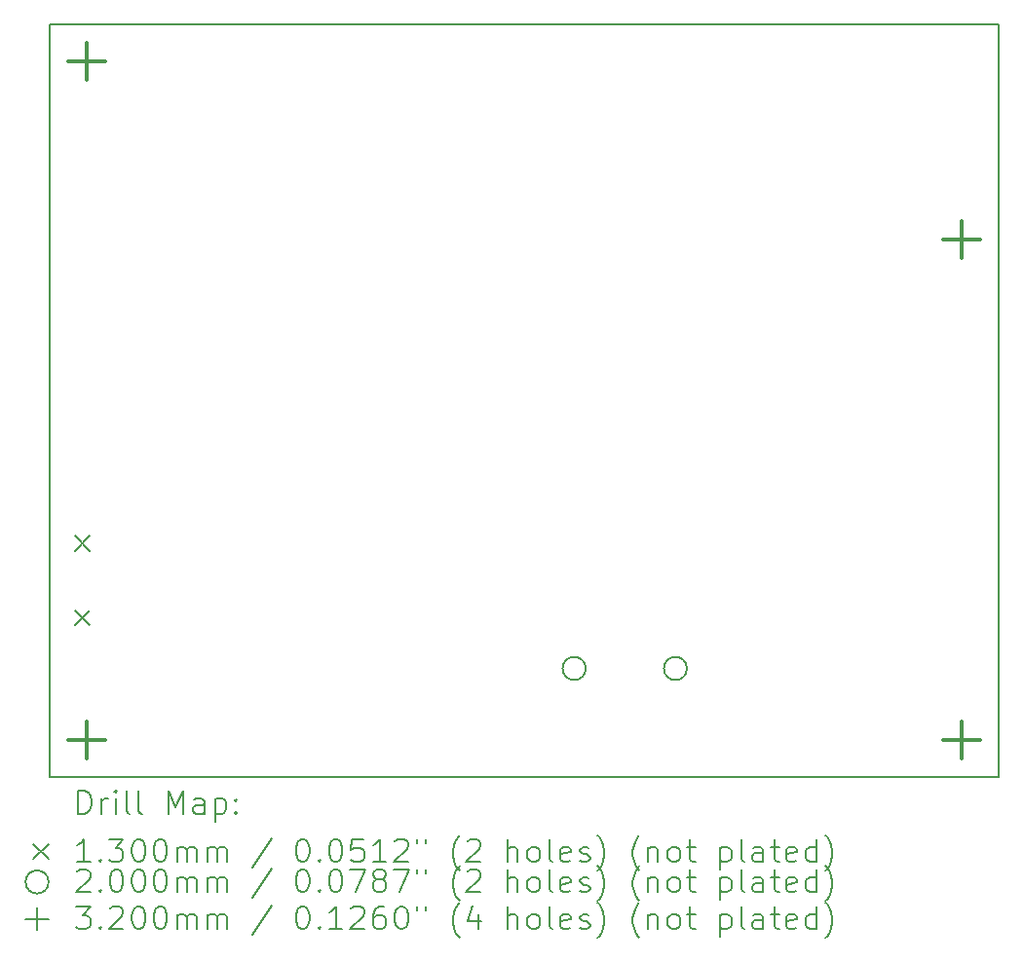
<source format=gbr>
%TF.GenerationSoftware,KiCad,Pcbnew,(6.0.7)*%
%TF.CreationDate,2022-10-03T20:15:35+03:00*%
%TF.ProjectId,ESP32_blAudio_portable,45535033-325f-4626-9c41-7564696f5f70,rev?*%
%TF.SameCoordinates,Original*%
%TF.FileFunction,Drillmap*%
%TF.FilePolarity,Positive*%
%FSLAX45Y45*%
G04 Gerber Fmt 4.5, Leading zero omitted, Abs format (unit mm)*
G04 Created by KiCad (PCBNEW (6.0.7)) date 2022-10-03 20:15:35*
%MOMM*%
%LPD*%
G01*
G04 APERTURE LIST*
%ADD10C,0.150000*%
%ADD11C,0.200000*%
%ADD12C,0.130000*%
%ADD13C,0.320000*%
G04 APERTURE END LIST*
D10*
X5100000Y-2100000D02*
X13350000Y-2100000D01*
X13350000Y-2100000D02*
X13350000Y-8650000D01*
X13350000Y-8650000D02*
X5100000Y-8650000D01*
X5100000Y-8650000D02*
X5100000Y-2100000D01*
D11*
D12*
X5319500Y-6552000D02*
X5449500Y-6682000D01*
X5449500Y-6552000D02*
X5319500Y-6682000D01*
X5319500Y-7202000D02*
X5449500Y-7332000D01*
X5449500Y-7202000D02*
X5319500Y-7332000D01*
D11*
X9760000Y-7705000D02*
G75*
G03*
X9760000Y-7705000I-100000J0D01*
G01*
X10640000Y-7705000D02*
G75*
G03*
X10640000Y-7705000I-100000J0D01*
G01*
D13*
X5425000Y-2265000D02*
X5425000Y-2585000D01*
X5265000Y-2425000D02*
X5585000Y-2425000D01*
X5425000Y-8165000D02*
X5425000Y-8485000D01*
X5265000Y-8325000D02*
X5585000Y-8325000D01*
X13025000Y-3815000D02*
X13025000Y-4135000D01*
X12865000Y-3975000D02*
X13185000Y-3975000D01*
X13025000Y-8165000D02*
X13025000Y-8485000D01*
X12865000Y-8325000D02*
X13185000Y-8325000D01*
D11*
X5350119Y-8967976D02*
X5350119Y-8767976D01*
X5397738Y-8767976D01*
X5426310Y-8777500D01*
X5445357Y-8796548D01*
X5454881Y-8815595D01*
X5464405Y-8853690D01*
X5464405Y-8882262D01*
X5454881Y-8920357D01*
X5445357Y-8939405D01*
X5426310Y-8958452D01*
X5397738Y-8967976D01*
X5350119Y-8967976D01*
X5550119Y-8967976D02*
X5550119Y-8834643D01*
X5550119Y-8872738D02*
X5559643Y-8853690D01*
X5569167Y-8844167D01*
X5588214Y-8834643D01*
X5607262Y-8834643D01*
X5673928Y-8967976D02*
X5673928Y-8834643D01*
X5673928Y-8767976D02*
X5664405Y-8777500D01*
X5673928Y-8787024D01*
X5683452Y-8777500D01*
X5673928Y-8767976D01*
X5673928Y-8787024D01*
X5797738Y-8967976D02*
X5778690Y-8958452D01*
X5769167Y-8939405D01*
X5769167Y-8767976D01*
X5902500Y-8967976D02*
X5883452Y-8958452D01*
X5873928Y-8939405D01*
X5873928Y-8767976D01*
X6131071Y-8967976D02*
X6131071Y-8767976D01*
X6197738Y-8910833D01*
X6264405Y-8767976D01*
X6264405Y-8967976D01*
X6445357Y-8967976D02*
X6445357Y-8863214D01*
X6435833Y-8844167D01*
X6416786Y-8834643D01*
X6378690Y-8834643D01*
X6359643Y-8844167D01*
X6445357Y-8958452D02*
X6426309Y-8967976D01*
X6378690Y-8967976D01*
X6359643Y-8958452D01*
X6350119Y-8939405D01*
X6350119Y-8920357D01*
X6359643Y-8901310D01*
X6378690Y-8891786D01*
X6426309Y-8891786D01*
X6445357Y-8882262D01*
X6540595Y-8834643D02*
X6540595Y-9034643D01*
X6540595Y-8844167D02*
X6559643Y-8834643D01*
X6597738Y-8834643D01*
X6616786Y-8844167D01*
X6626309Y-8853690D01*
X6635833Y-8872738D01*
X6635833Y-8929881D01*
X6626309Y-8948929D01*
X6616786Y-8958452D01*
X6597738Y-8967976D01*
X6559643Y-8967976D01*
X6540595Y-8958452D01*
X6721548Y-8948929D02*
X6731071Y-8958452D01*
X6721548Y-8967976D01*
X6712024Y-8958452D01*
X6721548Y-8948929D01*
X6721548Y-8967976D01*
X6721548Y-8844167D02*
X6731071Y-8853690D01*
X6721548Y-8863214D01*
X6712024Y-8853690D01*
X6721548Y-8844167D01*
X6721548Y-8863214D01*
D12*
X4962500Y-9232500D02*
X5092500Y-9362500D01*
X5092500Y-9232500D02*
X4962500Y-9362500D01*
D11*
X5454881Y-9387976D02*
X5340595Y-9387976D01*
X5397738Y-9387976D02*
X5397738Y-9187976D01*
X5378690Y-9216548D01*
X5359643Y-9235595D01*
X5340595Y-9245119D01*
X5540595Y-9368929D02*
X5550119Y-9378452D01*
X5540595Y-9387976D01*
X5531071Y-9378452D01*
X5540595Y-9368929D01*
X5540595Y-9387976D01*
X5616786Y-9187976D02*
X5740595Y-9187976D01*
X5673928Y-9264167D01*
X5702500Y-9264167D01*
X5721548Y-9273690D01*
X5731071Y-9283214D01*
X5740595Y-9302262D01*
X5740595Y-9349881D01*
X5731071Y-9368929D01*
X5721548Y-9378452D01*
X5702500Y-9387976D01*
X5645357Y-9387976D01*
X5626309Y-9378452D01*
X5616786Y-9368929D01*
X5864405Y-9187976D02*
X5883452Y-9187976D01*
X5902500Y-9197500D01*
X5912024Y-9207024D01*
X5921548Y-9226071D01*
X5931071Y-9264167D01*
X5931071Y-9311786D01*
X5921548Y-9349881D01*
X5912024Y-9368929D01*
X5902500Y-9378452D01*
X5883452Y-9387976D01*
X5864405Y-9387976D01*
X5845357Y-9378452D01*
X5835833Y-9368929D01*
X5826309Y-9349881D01*
X5816786Y-9311786D01*
X5816786Y-9264167D01*
X5826309Y-9226071D01*
X5835833Y-9207024D01*
X5845357Y-9197500D01*
X5864405Y-9187976D01*
X6054881Y-9187976D02*
X6073928Y-9187976D01*
X6092976Y-9197500D01*
X6102500Y-9207024D01*
X6112024Y-9226071D01*
X6121548Y-9264167D01*
X6121548Y-9311786D01*
X6112024Y-9349881D01*
X6102500Y-9368929D01*
X6092976Y-9378452D01*
X6073928Y-9387976D01*
X6054881Y-9387976D01*
X6035833Y-9378452D01*
X6026309Y-9368929D01*
X6016786Y-9349881D01*
X6007262Y-9311786D01*
X6007262Y-9264167D01*
X6016786Y-9226071D01*
X6026309Y-9207024D01*
X6035833Y-9197500D01*
X6054881Y-9187976D01*
X6207262Y-9387976D02*
X6207262Y-9254643D01*
X6207262Y-9273690D02*
X6216786Y-9264167D01*
X6235833Y-9254643D01*
X6264405Y-9254643D01*
X6283452Y-9264167D01*
X6292976Y-9283214D01*
X6292976Y-9387976D01*
X6292976Y-9283214D02*
X6302500Y-9264167D01*
X6321548Y-9254643D01*
X6350119Y-9254643D01*
X6369167Y-9264167D01*
X6378690Y-9283214D01*
X6378690Y-9387976D01*
X6473928Y-9387976D02*
X6473928Y-9254643D01*
X6473928Y-9273690D02*
X6483452Y-9264167D01*
X6502500Y-9254643D01*
X6531071Y-9254643D01*
X6550119Y-9264167D01*
X6559643Y-9283214D01*
X6559643Y-9387976D01*
X6559643Y-9283214D02*
X6569167Y-9264167D01*
X6588214Y-9254643D01*
X6616786Y-9254643D01*
X6635833Y-9264167D01*
X6645357Y-9283214D01*
X6645357Y-9387976D01*
X7035833Y-9178452D02*
X6864405Y-9435595D01*
X7292976Y-9187976D02*
X7312024Y-9187976D01*
X7331071Y-9197500D01*
X7340595Y-9207024D01*
X7350119Y-9226071D01*
X7359643Y-9264167D01*
X7359643Y-9311786D01*
X7350119Y-9349881D01*
X7340595Y-9368929D01*
X7331071Y-9378452D01*
X7312024Y-9387976D01*
X7292976Y-9387976D01*
X7273928Y-9378452D01*
X7264405Y-9368929D01*
X7254881Y-9349881D01*
X7245357Y-9311786D01*
X7245357Y-9264167D01*
X7254881Y-9226071D01*
X7264405Y-9207024D01*
X7273928Y-9197500D01*
X7292976Y-9187976D01*
X7445357Y-9368929D02*
X7454881Y-9378452D01*
X7445357Y-9387976D01*
X7435833Y-9378452D01*
X7445357Y-9368929D01*
X7445357Y-9387976D01*
X7578690Y-9187976D02*
X7597738Y-9187976D01*
X7616786Y-9197500D01*
X7626309Y-9207024D01*
X7635833Y-9226071D01*
X7645357Y-9264167D01*
X7645357Y-9311786D01*
X7635833Y-9349881D01*
X7626309Y-9368929D01*
X7616786Y-9378452D01*
X7597738Y-9387976D01*
X7578690Y-9387976D01*
X7559643Y-9378452D01*
X7550119Y-9368929D01*
X7540595Y-9349881D01*
X7531071Y-9311786D01*
X7531071Y-9264167D01*
X7540595Y-9226071D01*
X7550119Y-9207024D01*
X7559643Y-9197500D01*
X7578690Y-9187976D01*
X7826309Y-9187976D02*
X7731071Y-9187976D01*
X7721548Y-9283214D01*
X7731071Y-9273690D01*
X7750119Y-9264167D01*
X7797738Y-9264167D01*
X7816786Y-9273690D01*
X7826309Y-9283214D01*
X7835833Y-9302262D01*
X7835833Y-9349881D01*
X7826309Y-9368929D01*
X7816786Y-9378452D01*
X7797738Y-9387976D01*
X7750119Y-9387976D01*
X7731071Y-9378452D01*
X7721548Y-9368929D01*
X8026309Y-9387976D02*
X7912024Y-9387976D01*
X7969167Y-9387976D02*
X7969167Y-9187976D01*
X7950119Y-9216548D01*
X7931071Y-9235595D01*
X7912024Y-9245119D01*
X8102500Y-9207024D02*
X8112024Y-9197500D01*
X8131071Y-9187976D01*
X8178690Y-9187976D01*
X8197738Y-9197500D01*
X8207262Y-9207024D01*
X8216786Y-9226071D01*
X8216786Y-9245119D01*
X8207262Y-9273690D01*
X8092976Y-9387976D01*
X8216786Y-9387976D01*
X8292976Y-9187976D02*
X8292976Y-9226071D01*
X8369167Y-9187976D02*
X8369167Y-9226071D01*
X8664405Y-9464167D02*
X8654881Y-9454643D01*
X8635833Y-9426071D01*
X8626310Y-9407024D01*
X8616786Y-9378452D01*
X8607262Y-9330833D01*
X8607262Y-9292738D01*
X8616786Y-9245119D01*
X8626310Y-9216548D01*
X8635833Y-9197500D01*
X8654881Y-9168929D01*
X8664405Y-9159405D01*
X8731071Y-9207024D02*
X8740595Y-9197500D01*
X8759643Y-9187976D01*
X8807262Y-9187976D01*
X8826310Y-9197500D01*
X8835833Y-9207024D01*
X8845357Y-9226071D01*
X8845357Y-9245119D01*
X8835833Y-9273690D01*
X8721548Y-9387976D01*
X8845357Y-9387976D01*
X9083452Y-9387976D02*
X9083452Y-9187976D01*
X9169167Y-9387976D02*
X9169167Y-9283214D01*
X9159643Y-9264167D01*
X9140595Y-9254643D01*
X9112024Y-9254643D01*
X9092976Y-9264167D01*
X9083452Y-9273690D01*
X9292976Y-9387976D02*
X9273929Y-9378452D01*
X9264405Y-9368929D01*
X9254881Y-9349881D01*
X9254881Y-9292738D01*
X9264405Y-9273690D01*
X9273929Y-9264167D01*
X9292976Y-9254643D01*
X9321548Y-9254643D01*
X9340595Y-9264167D01*
X9350119Y-9273690D01*
X9359643Y-9292738D01*
X9359643Y-9349881D01*
X9350119Y-9368929D01*
X9340595Y-9378452D01*
X9321548Y-9387976D01*
X9292976Y-9387976D01*
X9473929Y-9387976D02*
X9454881Y-9378452D01*
X9445357Y-9359405D01*
X9445357Y-9187976D01*
X9626310Y-9378452D02*
X9607262Y-9387976D01*
X9569167Y-9387976D01*
X9550119Y-9378452D01*
X9540595Y-9359405D01*
X9540595Y-9283214D01*
X9550119Y-9264167D01*
X9569167Y-9254643D01*
X9607262Y-9254643D01*
X9626310Y-9264167D01*
X9635833Y-9283214D01*
X9635833Y-9302262D01*
X9540595Y-9321310D01*
X9712024Y-9378452D02*
X9731071Y-9387976D01*
X9769167Y-9387976D01*
X9788214Y-9378452D01*
X9797738Y-9359405D01*
X9797738Y-9349881D01*
X9788214Y-9330833D01*
X9769167Y-9321310D01*
X9740595Y-9321310D01*
X9721548Y-9311786D01*
X9712024Y-9292738D01*
X9712024Y-9283214D01*
X9721548Y-9264167D01*
X9740595Y-9254643D01*
X9769167Y-9254643D01*
X9788214Y-9264167D01*
X9864405Y-9464167D02*
X9873929Y-9454643D01*
X9892976Y-9426071D01*
X9902500Y-9407024D01*
X9912024Y-9378452D01*
X9921548Y-9330833D01*
X9921548Y-9292738D01*
X9912024Y-9245119D01*
X9902500Y-9216548D01*
X9892976Y-9197500D01*
X9873929Y-9168929D01*
X9864405Y-9159405D01*
X10226310Y-9464167D02*
X10216786Y-9454643D01*
X10197738Y-9426071D01*
X10188214Y-9407024D01*
X10178690Y-9378452D01*
X10169167Y-9330833D01*
X10169167Y-9292738D01*
X10178690Y-9245119D01*
X10188214Y-9216548D01*
X10197738Y-9197500D01*
X10216786Y-9168929D01*
X10226310Y-9159405D01*
X10302500Y-9254643D02*
X10302500Y-9387976D01*
X10302500Y-9273690D02*
X10312024Y-9264167D01*
X10331071Y-9254643D01*
X10359643Y-9254643D01*
X10378690Y-9264167D01*
X10388214Y-9283214D01*
X10388214Y-9387976D01*
X10512024Y-9387976D02*
X10492976Y-9378452D01*
X10483452Y-9368929D01*
X10473929Y-9349881D01*
X10473929Y-9292738D01*
X10483452Y-9273690D01*
X10492976Y-9264167D01*
X10512024Y-9254643D01*
X10540595Y-9254643D01*
X10559643Y-9264167D01*
X10569167Y-9273690D01*
X10578690Y-9292738D01*
X10578690Y-9349881D01*
X10569167Y-9368929D01*
X10559643Y-9378452D01*
X10540595Y-9387976D01*
X10512024Y-9387976D01*
X10635833Y-9254643D02*
X10712024Y-9254643D01*
X10664405Y-9187976D02*
X10664405Y-9359405D01*
X10673929Y-9378452D01*
X10692976Y-9387976D01*
X10712024Y-9387976D01*
X10931071Y-9254643D02*
X10931071Y-9454643D01*
X10931071Y-9264167D02*
X10950119Y-9254643D01*
X10988214Y-9254643D01*
X11007262Y-9264167D01*
X11016786Y-9273690D01*
X11026310Y-9292738D01*
X11026310Y-9349881D01*
X11016786Y-9368929D01*
X11007262Y-9378452D01*
X10988214Y-9387976D01*
X10950119Y-9387976D01*
X10931071Y-9378452D01*
X11140595Y-9387976D02*
X11121548Y-9378452D01*
X11112024Y-9359405D01*
X11112024Y-9187976D01*
X11302500Y-9387976D02*
X11302500Y-9283214D01*
X11292976Y-9264167D01*
X11273928Y-9254643D01*
X11235833Y-9254643D01*
X11216786Y-9264167D01*
X11302500Y-9378452D02*
X11283452Y-9387976D01*
X11235833Y-9387976D01*
X11216786Y-9378452D01*
X11207262Y-9359405D01*
X11207262Y-9340357D01*
X11216786Y-9321310D01*
X11235833Y-9311786D01*
X11283452Y-9311786D01*
X11302500Y-9302262D01*
X11369167Y-9254643D02*
X11445357Y-9254643D01*
X11397738Y-9187976D02*
X11397738Y-9359405D01*
X11407262Y-9378452D01*
X11426309Y-9387976D01*
X11445357Y-9387976D01*
X11588214Y-9378452D02*
X11569167Y-9387976D01*
X11531071Y-9387976D01*
X11512024Y-9378452D01*
X11502500Y-9359405D01*
X11502500Y-9283214D01*
X11512024Y-9264167D01*
X11531071Y-9254643D01*
X11569167Y-9254643D01*
X11588214Y-9264167D01*
X11597738Y-9283214D01*
X11597738Y-9302262D01*
X11502500Y-9321310D01*
X11769167Y-9387976D02*
X11769167Y-9187976D01*
X11769167Y-9378452D02*
X11750119Y-9387976D01*
X11712024Y-9387976D01*
X11692976Y-9378452D01*
X11683452Y-9368929D01*
X11673928Y-9349881D01*
X11673928Y-9292738D01*
X11683452Y-9273690D01*
X11692976Y-9264167D01*
X11712024Y-9254643D01*
X11750119Y-9254643D01*
X11769167Y-9264167D01*
X11845357Y-9464167D02*
X11854881Y-9454643D01*
X11873928Y-9426071D01*
X11883452Y-9407024D01*
X11892976Y-9378452D01*
X11902500Y-9330833D01*
X11902500Y-9292738D01*
X11892976Y-9245119D01*
X11883452Y-9216548D01*
X11873928Y-9197500D01*
X11854881Y-9168929D01*
X11845357Y-9159405D01*
X5092500Y-9561500D02*
G75*
G03*
X5092500Y-9561500I-100000J0D01*
G01*
X5340595Y-9471024D02*
X5350119Y-9461500D01*
X5369167Y-9451976D01*
X5416786Y-9451976D01*
X5435833Y-9461500D01*
X5445357Y-9471024D01*
X5454881Y-9490071D01*
X5454881Y-9509119D01*
X5445357Y-9537690D01*
X5331071Y-9651976D01*
X5454881Y-9651976D01*
X5540595Y-9632929D02*
X5550119Y-9642452D01*
X5540595Y-9651976D01*
X5531071Y-9642452D01*
X5540595Y-9632929D01*
X5540595Y-9651976D01*
X5673928Y-9451976D02*
X5692976Y-9451976D01*
X5712024Y-9461500D01*
X5721548Y-9471024D01*
X5731071Y-9490071D01*
X5740595Y-9528167D01*
X5740595Y-9575786D01*
X5731071Y-9613881D01*
X5721548Y-9632929D01*
X5712024Y-9642452D01*
X5692976Y-9651976D01*
X5673928Y-9651976D01*
X5654881Y-9642452D01*
X5645357Y-9632929D01*
X5635833Y-9613881D01*
X5626309Y-9575786D01*
X5626309Y-9528167D01*
X5635833Y-9490071D01*
X5645357Y-9471024D01*
X5654881Y-9461500D01*
X5673928Y-9451976D01*
X5864405Y-9451976D02*
X5883452Y-9451976D01*
X5902500Y-9461500D01*
X5912024Y-9471024D01*
X5921548Y-9490071D01*
X5931071Y-9528167D01*
X5931071Y-9575786D01*
X5921548Y-9613881D01*
X5912024Y-9632929D01*
X5902500Y-9642452D01*
X5883452Y-9651976D01*
X5864405Y-9651976D01*
X5845357Y-9642452D01*
X5835833Y-9632929D01*
X5826309Y-9613881D01*
X5816786Y-9575786D01*
X5816786Y-9528167D01*
X5826309Y-9490071D01*
X5835833Y-9471024D01*
X5845357Y-9461500D01*
X5864405Y-9451976D01*
X6054881Y-9451976D02*
X6073928Y-9451976D01*
X6092976Y-9461500D01*
X6102500Y-9471024D01*
X6112024Y-9490071D01*
X6121548Y-9528167D01*
X6121548Y-9575786D01*
X6112024Y-9613881D01*
X6102500Y-9632929D01*
X6092976Y-9642452D01*
X6073928Y-9651976D01*
X6054881Y-9651976D01*
X6035833Y-9642452D01*
X6026309Y-9632929D01*
X6016786Y-9613881D01*
X6007262Y-9575786D01*
X6007262Y-9528167D01*
X6016786Y-9490071D01*
X6026309Y-9471024D01*
X6035833Y-9461500D01*
X6054881Y-9451976D01*
X6207262Y-9651976D02*
X6207262Y-9518643D01*
X6207262Y-9537690D02*
X6216786Y-9528167D01*
X6235833Y-9518643D01*
X6264405Y-9518643D01*
X6283452Y-9528167D01*
X6292976Y-9547214D01*
X6292976Y-9651976D01*
X6292976Y-9547214D02*
X6302500Y-9528167D01*
X6321548Y-9518643D01*
X6350119Y-9518643D01*
X6369167Y-9528167D01*
X6378690Y-9547214D01*
X6378690Y-9651976D01*
X6473928Y-9651976D02*
X6473928Y-9518643D01*
X6473928Y-9537690D02*
X6483452Y-9528167D01*
X6502500Y-9518643D01*
X6531071Y-9518643D01*
X6550119Y-9528167D01*
X6559643Y-9547214D01*
X6559643Y-9651976D01*
X6559643Y-9547214D02*
X6569167Y-9528167D01*
X6588214Y-9518643D01*
X6616786Y-9518643D01*
X6635833Y-9528167D01*
X6645357Y-9547214D01*
X6645357Y-9651976D01*
X7035833Y-9442452D02*
X6864405Y-9699595D01*
X7292976Y-9451976D02*
X7312024Y-9451976D01*
X7331071Y-9461500D01*
X7340595Y-9471024D01*
X7350119Y-9490071D01*
X7359643Y-9528167D01*
X7359643Y-9575786D01*
X7350119Y-9613881D01*
X7340595Y-9632929D01*
X7331071Y-9642452D01*
X7312024Y-9651976D01*
X7292976Y-9651976D01*
X7273928Y-9642452D01*
X7264405Y-9632929D01*
X7254881Y-9613881D01*
X7245357Y-9575786D01*
X7245357Y-9528167D01*
X7254881Y-9490071D01*
X7264405Y-9471024D01*
X7273928Y-9461500D01*
X7292976Y-9451976D01*
X7445357Y-9632929D02*
X7454881Y-9642452D01*
X7445357Y-9651976D01*
X7435833Y-9642452D01*
X7445357Y-9632929D01*
X7445357Y-9651976D01*
X7578690Y-9451976D02*
X7597738Y-9451976D01*
X7616786Y-9461500D01*
X7626309Y-9471024D01*
X7635833Y-9490071D01*
X7645357Y-9528167D01*
X7645357Y-9575786D01*
X7635833Y-9613881D01*
X7626309Y-9632929D01*
X7616786Y-9642452D01*
X7597738Y-9651976D01*
X7578690Y-9651976D01*
X7559643Y-9642452D01*
X7550119Y-9632929D01*
X7540595Y-9613881D01*
X7531071Y-9575786D01*
X7531071Y-9528167D01*
X7540595Y-9490071D01*
X7550119Y-9471024D01*
X7559643Y-9461500D01*
X7578690Y-9451976D01*
X7712024Y-9451976D02*
X7845357Y-9451976D01*
X7759643Y-9651976D01*
X7950119Y-9537690D02*
X7931071Y-9528167D01*
X7921548Y-9518643D01*
X7912024Y-9499595D01*
X7912024Y-9490071D01*
X7921548Y-9471024D01*
X7931071Y-9461500D01*
X7950119Y-9451976D01*
X7988214Y-9451976D01*
X8007262Y-9461500D01*
X8016786Y-9471024D01*
X8026309Y-9490071D01*
X8026309Y-9499595D01*
X8016786Y-9518643D01*
X8007262Y-9528167D01*
X7988214Y-9537690D01*
X7950119Y-9537690D01*
X7931071Y-9547214D01*
X7921548Y-9556738D01*
X7912024Y-9575786D01*
X7912024Y-9613881D01*
X7921548Y-9632929D01*
X7931071Y-9642452D01*
X7950119Y-9651976D01*
X7988214Y-9651976D01*
X8007262Y-9642452D01*
X8016786Y-9632929D01*
X8026309Y-9613881D01*
X8026309Y-9575786D01*
X8016786Y-9556738D01*
X8007262Y-9547214D01*
X7988214Y-9537690D01*
X8092976Y-9451976D02*
X8226309Y-9451976D01*
X8140595Y-9651976D01*
X8292976Y-9451976D02*
X8292976Y-9490071D01*
X8369167Y-9451976D02*
X8369167Y-9490071D01*
X8664405Y-9728167D02*
X8654881Y-9718643D01*
X8635833Y-9690071D01*
X8626310Y-9671024D01*
X8616786Y-9642452D01*
X8607262Y-9594833D01*
X8607262Y-9556738D01*
X8616786Y-9509119D01*
X8626310Y-9480548D01*
X8635833Y-9461500D01*
X8654881Y-9432929D01*
X8664405Y-9423405D01*
X8731071Y-9471024D02*
X8740595Y-9461500D01*
X8759643Y-9451976D01*
X8807262Y-9451976D01*
X8826310Y-9461500D01*
X8835833Y-9471024D01*
X8845357Y-9490071D01*
X8845357Y-9509119D01*
X8835833Y-9537690D01*
X8721548Y-9651976D01*
X8845357Y-9651976D01*
X9083452Y-9651976D02*
X9083452Y-9451976D01*
X9169167Y-9651976D02*
X9169167Y-9547214D01*
X9159643Y-9528167D01*
X9140595Y-9518643D01*
X9112024Y-9518643D01*
X9092976Y-9528167D01*
X9083452Y-9537690D01*
X9292976Y-9651976D02*
X9273929Y-9642452D01*
X9264405Y-9632929D01*
X9254881Y-9613881D01*
X9254881Y-9556738D01*
X9264405Y-9537690D01*
X9273929Y-9528167D01*
X9292976Y-9518643D01*
X9321548Y-9518643D01*
X9340595Y-9528167D01*
X9350119Y-9537690D01*
X9359643Y-9556738D01*
X9359643Y-9613881D01*
X9350119Y-9632929D01*
X9340595Y-9642452D01*
X9321548Y-9651976D01*
X9292976Y-9651976D01*
X9473929Y-9651976D02*
X9454881Y-9642452D01*
X9445357Y-9623405D01*
X9445357Y-9451976D01*
X9626310Y-9642452D02*
X9607262Y-9651976D01*
X9569167Y-9651976D01*
X9550119Y-9642452D01*
X9540595Y-9623405D01*
X9540595Y-9547214D01*
X9550119Y-9528167D01*
X9569167Y-9518643D01*
X9607262Y-9518643D01*
X9626310Y-9528167D01*
X9635833Y-9547214D01*
X9635833Y-9566262D01*
X9540595Y-9585310D01*
X9712024Y-9642452D02*
X9731071Y-9651976D01*
X9769167Y-9651976D01*
X9788214Y-9642452D01*
X9797738Y-9623405D01*
X9797738Y-9613881D01*
X9788214Y-9594833D01*
X9769167Y-9585310D01*
X9740595Y-9585310D01*
X9721548Y-9575786D01*
X9712024Y-9556738D01*
X9712024Y-9547214D01*
X9721548Y-9528167D01*
X9740595Y-9518643D01*
X9769167Y-9518643D01*
X9788214Y-9528167D01*
X9864405Y-9728167D02*
X9873929Y-9718643D01*
X9892976Y-9690071D01*
X9902500Y-9671024D01*
X9912024Y-9642452D01*
X9921548Y-9594833D01*
X9921548Y-9556738D01*
X9912024Y-9509119D01*
X9902500Y-9480548D01*
X9892976Y-9461500D01*
X9873929Y-9432929D01*
X9864405Y-9423405D01*
X10226310Y-9728167D02*
X10216786Y-9718643D01*
X10197738Y-9690071D01*
X10188214Y-9671024D01*
X10178690Y-9642452D01*
X10169167Y-9594833D01*
X10169167Y-9556738D01*
X10178690Y-9509119D01*
X10188214Y-9480548D01*
X10197738Y-9461500D01*
X10216786Y-9432929D01*
X10226310Y-9423405D01*
X10302500Y-9518643D02*
X10302500Y-9651976D01*
X10302500Y-9537690D02*
X10312024Y-9528167D01*
X10331071Y-9518643D01*
X10359643Y-9518643D01*
X10378690Y-9528167D01*
X10388214Y-9547214D01*
X10388214Y-9651976D01*
X10512024Y-9651976D02*
X10492976Y-9642452D01*
X10483452Y-9632929D01*
X10473929Y-9613881D01*
X10473929Y-9556738D01*
X10483452Y-9537690D01*
X10492976Y-9528167D01*
X10512024Y-9518643D01*
X10540595Y-9518643D01*
X10559643Y-9528167D01*
X10569167Y-9537690D01*
X10578690Y-9556738D01*
X10578690Y-9613881D01*
X10569167Y-9632929D01*
X10559643Y-9642452D01*
X10540595Y-9651976D01*
X10512024Y-9651976D01*
X10635833Y-9518643D02*
X10712024Y-9518643D01*
X10664405Y-9451976D02*
X10664405Y-9623405D01*
X10673929Y-9642452D01*
X10692976Y-9651976D01*
X10712024Y-9651976D01*
X10931071Y-9518643D02*
X10931071Y-9718643D01*
X10931071Y-9528167D02*
X10950119Y-9518643D01*
X10988214Y-9518643D01*
X11007262Y-9528167D01*
X11016786Y-9537690D01*
X11026310Y-9556738D01*
X11026310Y-9613881D01*
X11016786Y-9632929D01*
X11007262Y-9642452D01*
X10988214Y-9651976D01*
X10950119Y-9651976D01*
X10931071Y-9642452D01*
X11140595Y-9651976D02*
X11121548Y-9642452D01*
X11112024Y-9623405D01*
X11112024Y-9451976D01*
X11302500Y-9651976D02*
X11302500Y-9547214D01*
X11292976Y-9528167D01*
X11273928Y-9518643D01*
X11235833Y-9518643D01*
X11216786Y-9528167D01*
X11302500Y-9642452D02*
X11283452Y-9651976D01*
X11235833Y-9651976D01*
X11216786Y-9642452D01*
X11207262Y-9623405D01*
X11207262Y-9604357D01*
X11216786Y-9585310D01*
X11235833Y-9575786D01*
X11283452Y-9575786D01*
X11302500Y-9566262D01*
X11369167Y-9518643D02*
X11445357Y-9518643D01*
X11397738Y-9451976D02*
X11397738Y-9623405D01*
X11407262Y-9642452D01*
X11426309Y-9651976D01*
X11445357Y-9651976D01*
X11588214Y-9642452D02*
X11569167Y-9651976D01*
X11531071Y-9651976D01*
X11512024Y-9642452D01*
X11502500Y-9623405D01*
X11502500Y-9547214D01*
X11512024Y-9528167D01*
X11531071Y-9518643D01*
X11569167Y-9518643D01*
X11588214Y-9528167D01*
X11597738Y-9547214D01*
X11597738Y-9566262D01*
X11502500Y-9585310D01*
X11769167Y-9651976D02*
X11769167Y-9451976D01*
X11769167Y-9642452D02*
X11750119Y-9651976D01*
X11712024Y-9651976D01*
X11692976Y-9642452D01*
X11683452Y-9632929D01*
X11673928Y-9613881D01*
X11673928Y-9556738D01*
X11683452Y-9537690D01*
X11692976Y-9528167D01*
X11712024Y-9518643D01*
X11750119Y-9518643D01*
X11769167Y-9528167D01*
X11845357Y-9728167D02*
X11854881Y-9718643D01*
X11873928Y-9690071D01*
X11883452Y-9671024D01*
X11892976Y-9642452D01*
X11902500Y-9594833D01*
X11902500Y-9556738D01*
X11892976Y-9509119D01*
X11883452Y-9480548D01*
X11873928Y-9461500D01*
X11854881Y-9432929D01*
X11845357Y-9423405D01*
X4992500Y-9781500D02*
X4992500Y-9981500D01*
X4892500Y-9881500D02*
X5092500Y-9881500D01*
X5331071Y-9771976D02*
X5454881Y-9771976D01*
X5388214Y-9848167D01*
X5416786Y-9848167D01*
X5435833Y-9857690D01*
X5445357Y-9867214D01*
X5454881Y-9886262D01*
X5454881Y-9933881D01*
X5445357Y-9952929D01*
X5435833Y-9962452D01*
X5416786Y-9971976D01*
X5359643Y-9971976D01*
X5340595Y-9962452D01*
X5331071Y-9952929D01*
X5540595Y-9952929D02*
X5550119Y-9962452D01*
X5540595Y-9971976D01*
X5531071Y-9962452D01*
X5540595Y-9952929D01*
X5540595Y-9971976D01*
X5626309Y-9791024D02*
X5635833Y-9781500D01*
X5654881Y-9771976D01*
X5702500Y-9771976D01*
X5721548Y-9781500D01*
X5731071Y-9791024D01*
X5740595Y-9810071D01*
X5740595Y-9829119D01*
X5731071Y-9857690D01*
X5616786Y-9971976D01*
X5740595Y-9971976D01*
X5864405Y-9771976D02*
X5883452Y-9771976D01*
X5902500Y-9781500D01*
X5912024Y-9791024D01*
X5921548Y-9810071D01*
X5931071Y-9848167D01*
X5931071Y-9895786D01*
X5921548Y-9933881D01*
X5912024Y-9952929D01*
X5902500Y-9962452D01*
X5883452Y-9971976D01*
X5864405Y-9971976D01*
X5845357Y-9962452D01*
X5835833Y-9952929D01*
X5826309Y-9933881D01*
X5816786Y-9895786D01*
X5816786Y-9848167D01*
X5826309Y-9810071D01*
X5835833Y-9791024D01*
X5845357Y-9781500D01*
X5864405Y-9771976D01*
X6054881Y-9771976D02*
X6073928Y-9771976D01*
X6092976Y-9781500D01*
X6102500Y-9791024D01*
X6112024Y-9810071D01*
X6121548Y-9848167D01*
X6121548Y-9895786D01*
X6112024Y-9933881D01*
X6102500Y-9952929D01*
X6092976Y-9962452D01*
X6073928Y-9971976D01*
X6054881Y-9971976D01*
X6035833Y-9962452D01*
X6026309Y-9952929D01*
X6016786Y-9933881D01*
X6007262Y-9895786D01*
X6007262Y-9848167D01*
X6016786Y-9810071D01*
X6026309Y-9791024D01*
X6035833Y-9781500D01*
X6054881Y-9771976D01*
X6207262Y-9971976D02*
X6207262Y-9838643D01*
X6207262Y-9857690D02*
X6216786Y-9848167D01*
X6235833Y-9838643D01*
X6264405Y-9838643D01*
X6283452Y-9848167D01*
X6292976Y-9867214D01*
X6292976Y-9971976D01*
X6292976Y-9867214D02*
X6302500Y-9848167D01*
X6321548Y-9838643D01*
X6350119Y-9838643D01*
X6369167Y-9848167D01*
X6378690Y-9867214D01*
X6378690Y-9971976D01*
X6473928Y-9971976D02*
X6473928Y-9838643D01*
X6473928Y-9857690D02*
X6483452Y-9848167D01*
X6502500Y-9838643D01*
X6531071Y-9838643D01*
X6550119Y-9848167D01*
X6559643Y-9867214D01*
X6559643Y-9971976D01*
X6559643Y-9867214D02*
X6569167Y-9848167D01*
X6588214Y-9838643D01*
X6616786Y-9838643D01*
X6635833Y-9848167D01*
X6645357Y-9867214D01*
X6645357Y-9971976D01*
X7035833Y-9762452D02*
X6864405Y-10019595D01*
X7292976Y-9771976D02*
X7312024Y-9771976D01*
X7331071Y-9781500D01*
X7340595Y-9791024D01*
X7350119Y-9810071D01*
X7359643Y-9848167D01*
X7359643Y-9895786D01*
X7350119Y-9933881D01*
X7340595Y-9952929D01*
X7331071Y-9962452D01*
X7312024Y-9971976D01*
X7292976Y-9971976D01*
X7273928Y-9962452D01*
X7264405Y-9952929D01*
X7254881Y-9933881D01*
X7245357Y-9895786D01*
X7245357Y-9848167D01*
X7254881Y-9810071D01*
X7264405Y-9791024D01*
X7273928Y-9781500D01*
X7292976Y-9771976D01*
X7445357Y-9952929D02*
X7454881Y-9962452D01*
X7445357Y-9971976D01*
X7435833Y-9962452D01*
X7445357Y-9952929D01*
X7445357Y-9971976D01*
X7645357Y-9971976D02*
X7531071Y-9971976D01*
X7588214Y-9971976D02*
X7588214Y-9771976D01*
X7569167Y-9800548D01*
X7550119Y-9819595D01*
X7531071Y-9829119D01*
X7721548Y-9791024D02*
X7731071Y-9781500D01*
X7750119Y-9771976D01*
X7797738Y-9771976D01*
X7816786Y-9781500D01*
X7826309Y-9791024D01*
X7835833Y-9810071D01*
X7835833Y-9829119D01*
X7826309Y-9857690D01*
X7712024Y-9971976D01*
X7835833Y-9971976D01*
X8007262Y-9771976D02*
X7969167Y-9771976D01*
X7950119Y-9781500D01*
X7940595Y-9791024D01*
X7921548Y-9819595D01*
X7912024Y-9857690D01*
X7912024Y-9933881D01*
X7921548Y-9952929D01*
X7931071Y-9962452D01*
X7950119Y-9971976D01*
X7988214Y-9971976D01*
X8007262Y-9962452D01*
X8016786Y-9952929D01*
X8026309Y-9933881D01*
X8026309Y-9886262D01*
X8016786Y-9867214D01*
X8007262Y-9857690D01*
X7988214Y-9848167D01*
X7950119Y-9848167D01*
X7931071Y-9857690D01*
X7921548Y-9867214D01*
X7912024Y-9886262D01*
X8150119Y-9771976D02*
X8169167Y-9771976D01*
X8188214Y-9781500D01*
X8197738Y-9791024D01*
X8207262Y-9810071D01*
X8216786Y-9848167D01*
X8216786Y-9895786D01*
X8207262Y-9933881D01*
X8197738Y-9952929D01*
X8188214Y-9962452D01*
X8169167Y-9971976D01*
X8150119Y-9971976D01*
X8131071Y-9962452D01*
X8121548Y-9952929D01*
X8112024Y-9933881D01*
X8102500Y-9895786D01*
X8102500Y-9848167D01*
X8112024Y-9810071D01*
X8121548Y-9791024D01*
X8131071Y-9781500D01*
X8150119Y-9771976D01*
X8292976Y-9771976D02*
X8292976Y-9810071D01*
X8369167Y-9771976D02*
X8369167Y-9810071D01*
X8664405Y-10048167D02*
X8654881Y-10038643D01*
X8635833Y-10010071D01*
X8626310Y-9991024D01*
X8616786Y-9962452D01*
X8607262Y-9914833D01*
X8607262Y-9876738D01*
X8616786Y-9829119D01*
X8626310Y-9800548D01*
X8635833Y-9781500D01*
X8654881Y-9752929D01*
X8664405Y-9743405D01*
X8826310Y-9838643D02*
X8826310Y-9971976D01*
X8778690Y-9762452D02*
X8731071Y-9905310D01*
X8854881Y-9905310D01*
X9083452Y-9971976D02*
X9083452Y-9771976D01*
X9169167Y-9971976D02*
X9169167Y-9867214D01*
X9159643Y-9848167D01*
X9140595Y-9838643D01*
X9112024Y-9838643D01*
X9092976Y-9848167D01*
X9083452Y-9857690D01*
X9292976Y-9971976D02*
X9273929Y-9962452D01*
X9264405Y-9952929D01*
X9254881Y-9933881D01*
X9254881Y-9876738D01*
X9264405Y-9857690D01*
X9273929Y-9848167D01*
X9292976Y-9838643D01*
X9321548Y-9838643D01*
X9340595Y-9848167D01*
X9350119Y-9857690D01*
X9359643Y-9876738D01*
X9359643Y-9933881D01*
X9350119Y-9952929D01*
X9340595Y-9962452D01*
X9321548Y-9971976D01*
X9292976Y-9971976D01*
X9473929Y-9971976D02*
X9454881Y-9962452D01*
X9445357Y-9943405D01*
X9445357Y-9771976D01*
X9626310Y-9962452D02*
X9607262Y-9971976D01*
X9569167Y-9971976D01*
X9550119Y-9962452D01*
X9540595Y-9943405D01*
X9540595Y-9867214D01*
X9550119Y-9848167D01*
X9569167Y-9838643D01*
X9607262Y-9838643D01*
X9626310Y-9848167D01*
X9635833Y-9867214D01*
X9635833Y-9886262D01*
X9540595Y-9905310D01*
X9712024Y-9962452D02*
X9731071Y-9971976D01*
X9769167Y-9971976D01*
X9788214Y-9962452D01*
X9797738Y-9943405D01*
X9797738Y-9933881D01*
X9788214Y-9914833D01*
X9769167Y-9905310D01*
X9740595Y-9905310D01*
X9721548Y-9895786D01*
X9712024Y-9876738D01*
X9712024Y-9867214D01*
X9721548Y-9848167D01*
X9740595Y-9838643D01*
X9769167Y-9838643D01*
X9788214Y-9848167D01*
X9864405Y-10048167D02*
X9873929Y-10038643D01*
X9892976Y-10010071D01*
X9902500Y-9991024D01*
X9912024Y-9962452D01*
X9921548Y-9914833D01*
X9921548Y-9876738D01*
X9912024Y-9829119D01*
X9902500Y-9800548D01*
X9892976Y-9781500D01*
X9873929Y-9752929D01*
X9864405Y-9743405D01*
X10226310Y-10048167D02*
X10216786Y-10038643D01*
X10197738Y-10010071D01*
X10188214Y-9991024D01*
X10178690Y-9962452D01*
X10169167Y-9914833D01*
X10169167Y-9876738D01*
X10178690Y-9829119D01*
X10188214Y-9800548D01*
X10197738Y-9781500D01*
X10216786Y-9752929D01*
X10226310Y-9743405D01*
X10302500Y-9838643D02*
X10302500Y-9971976D01*
X10302500Y-9857690D02*
X10312024Y-9848167D01*
X10331071Y-9838643D01*
X10359643Y-9838643D01*
X10378690Y-9848167D01*
X10388214Y-9867214D01*
X10388214Y-9971976D01*
X10512024Y-9971976D02*
X10492976Y-9962452D01*
X10483452Y-9952929D01*
X10473929Y-9933881D01*
X10473929Y-9876738D01*
X10483452Y-9857690D01*
X10492976Y-9848167D01*
X10512024Y-9838643D01*
X10540595Y-9838643D01*
X10559643Y-9848167D01*
X10569167Y-9857690D01*
X10578690Y-9876738D01*
X10578690Y-9933881D01*
X10569167Y-9952929D01*
X10559643Y-9962452D01*
X10540595Y-9971976D01*
X10512024Y-9971976D01*
X10635833Y-9838643D02*
X10712024Y-9838643D01*
X10664405Y-9771976D02*
X10664405Y-9943405D01*
X10673929Y-9962452D01*
X10692976Y-9971976D01*
X10712024Y-9971976D01*
X10931071Y-9838643D02*
X10931071Y-10038643D01*
X10931071Y-9848167D02*
X10950119Y-9838643D01*
X10988214Y-9838643D01*
X11007262Y-9848167D01*
X11016786Y-9857690D01*
X11026310Y-9876738D01*
X11026310Y-9933881D01*
X11016786Y-9952929D01*
X11007262Y-9962452D01*
X10988214Y-9971976D01*
X10950119Y-9971976D01*
X10931071Y-9962452D01*
X11140595Y-9971976D02*
X11121548Y-9962452D01*
X11112024Y-9943405D01*
X11112024Y-9771976D01*
X11302500Y-9971976D02*
X11302500Y-9867214D01*
X11292976Y-9848167D01*
X11273928Y-9838643D01*
X11235833Y-9838643D01*
X11216786Y-9848167D01*
X11302500Y-9962452D02*
X11283452Y-9971976D01*
X11235833Y-9971976D01*
X11216786Y-9962452D01*
X11207262Y-9943405D01*
X11207262Y-9924357D01*
X11216786Y-9905310D01*
X11235833Y-9895786D01*
X11283452Y-9895786D01*
X11302500Y-9886262D01*
X11369167Y-9838643D02*
X11445357Y-9838643D01*
X11397738Y-9771976D02*
X11397738Y-9943405D01*
X11407262Y-9962452D01*
X11426309Y-9971976D01*
X11445357Y-9971976D01*
X11588214Y-9962452D02*
X11569167Y-9971976D01*
X11531071Y-9971976D01*
X11512024Y-9962452D01*
X11502500Y-9943405D01*
X11502500Y-9867214D01*
X11512024Y-9848167D01*
X11531071Y-9838643D01*
X11569167Y-9838643D01*
X11588214Y-9848167D01*
X11597738Y-9867214D01*
X11597738Y-9886262D01*
X11502500Y-9905310D01*
X11769167Y-9971976D02*
X11769167Y-9771976D01*
X11769167Y-9962452D02*
X11750119Y-9971976D01*
X11712024Y-9971976D01*
X11692976Y-9962452D01*
X11683452Y-9952929D01*
X11673928Y-9933881D01*
X11673928Y-9876738D01*
X11683452Y-9857690D01*
X11692976Y-9848167D01*
X11712024Y-9838643D01*
X11750119Y-9838643D01*
X11769167Y-9848167D01*
X11845357Y-10048167D02*
X11854881Y-10038643D01*
X11873928Y-10010071D01*
X11883452Y-9991024D01*
X11892976Y-9962452D01*
X11902500Y-9914833D01*
X11902500Y-9876738D01*
X11892976Y-9829119D01*
X11883452Y-9800548D01*
X11873928Y-9781500D01*
X11854881Y-9752929D01*
X11845357Y-9743405D01*
M02*

</source>
